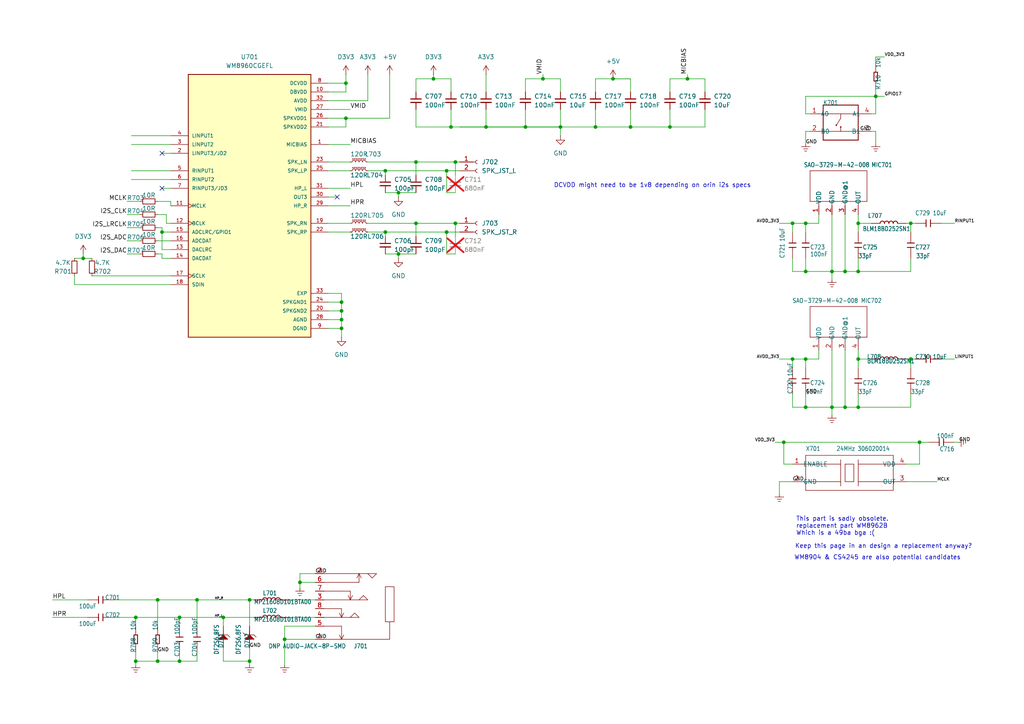
<source format=kicad_sch>
(kicad_sch (version 20231120) (generator "eeschema") (generator_version "8.0")
  (paper "A4")
  (lib_symbols
    (symbol "Connector:Conn_01x02_Socket" (pin_names (offset 1.016) hide)
      (property "Reference" "J" (at 0 2.54 0))
      (property "Value" "Conn_01x02_Socket" (at 0 -5.08 0))
      (symbol "Conn_01x02_Socket_1_1"
        (pin passive line (at -5.08 0 0) (length 3.81) (name "Pin_1") (number "1"))
        (pin passive line (at -5.08 -2.54 0) (length 3.81) (name "Pin_2") (number "2"))
      )
    )
    (symbol "Device:C_Small" (pin_numbers hide) (pin_names (offset 0.254) hide)
      (property "Reference" "C" (at 0.254 1.778 0))
      (property "Value" "C_Small" (at 0.254 -2.032 0))
      (symbol "C_Small_1_1"
        (pin passive line (at 0 2.54 270) (length 2.032) (name "~") (number "1"))
        (pin passive line (at 0 -2.54 90) (length 2.032) (name "~") (number "2"))
      )
    )
    (symbol "Device:L_Ferrite_Small" (pin_numbers hide) (pin_names (offset 0.254) hide)
      (property "Reference" "L" (at 1.27 1.016 0))
      (property "Value" "L_Ferrite_Small" (at 1.27 -1.27 0))
      (symbol "L_Ferrite_Small_1_1"
        (pin passive line (at 0 2.54 270) (length 0.508) (name "~") (number "1"))
        (pin passive line (at 0 -2.54 90) (length 0.508) (name "~") (number "2"))
      )
    )
    (symbol "Device:R_Small" (pin_numbers hide) (pin_names (offset 0.254) hide)
      (property "Reference" "R" (at 0.762 0.508 0))
      (property "Value" "R_Small" (at 0.762 -1.016 0))
      (symbol "R_Small_1_1"
        (pin passive line (at 0 2.54 270) (length 0.762) (name "~") (number "1"))
        (pin passive line (at 0 -2.54 90) (length 0.762) (name "~") (number "2"))
      )
    )
    (symbol "Fibel2:WM8960CGEFL" (pin_names (offset 1.016))
      (property "Reference" "U" (at -17.78 38.862 0))
      (property "Value" "WM8960CGEFL" (at -17.78 -40.64 0))
      (symbol "WM8960CGEFL_0_0"
        (pin output line (at 22.86 17.78 180) (length 5.08) (name "MICBIAS") (number "1"))
        (pin power_in line (at 22.86 33.02 180) (length 5.08) (name "DBVDD") (number "10"))
        (pin input clock (at -22.86 0 0) (length 5.08) (name "MCLK") (number "11"))
        (pin bidirectional clock (at -22.86 -5.08 0) (length 5.08) (name "BCLK") (number "12"))
        (pin bidirectional line (at -22.86 -12.7 0) (length 5.08) (name "DACLRC") (number "13"))
        (pin input line (at -22.86 -15.24 0) (length 5.08) (name "DACDAT") (number "14"))
        (pin bidirectional line (at -22.86 -7.62 0) (length 5.08) (name "ADCLRC/GPIO1") (number "15"))
        (pin output line (at -22.86 -10.16 0) (length 5.08) (name "ADCDAT") (number "16"))
        (pin input clock (at -22.86 -20.32 0) (length 5.08) (name "SCLK") (number "17"))
        (pin bidirectional line (at -22.86 -22.86 0) (length 5.08) (name "SDIN") (number "18"))
        (pin output line (at 22.86 -5.08 180) (length 5.08) (name "SPK_RN") (number "19"))
        (pin input line (at -22.86 15.24 0) (length 5.08) (name "LINPUT3/JD2") (number "2"))
        (pin power_in line (at 22.86 -30.48 180) (length 5.08) (name "SPKGND2") (number "20"))
        (pin power_in line (at 22.86 22.86 180) (length 5.08) (name "SPKVDD2") (number "21"))
        (pin output line (at 22.86 -7.62 180) (length 5.08) (name "SPK_RP") (number "22"))
        (pin output line (at 22.86 12.7 180) (length 5.08) (name "SPK_LN") (number "23"))
        (pin power_in line (at 22.86 -27.94 180) (length 5.08) (name "SPKGND1") (number "24"))
        (pin output line (at 22.86 10.16 180) (length 5.08) (name "SPK_LP") (number "25"))
        (pin power_in line (at 22.86 25.4 180) (length 5.08) (name "SPKVDD1") (number "26"))
        (pin output line (at 22.86 27.94 180) (length 5.08) (name "VMID") (number "27"))
        (pin power_in line (at 22.86 -33.02 180) (length 5.08) (name "AGND") (number "28"))
        (pin output line (at 22.86 0 180) (length 5.08) (name "HP_R") (number "29"))
        (pin input line (at -22.86 17.78 0) (length 5.08) (name "LINPUT2") (number "3"))
        (pin output line (at 22.86 2.54 180) (length 5.08) (name "OUT3") (number "30"))
        (pin output line (at 22.86 5.08 180) (length 5.08) (name "HP_L") (number "31"))
        (pin power_in line (at 22.86 30.48 180) (length 5.08) (name "AVDD") (number "32"))
        (pin power_in line (at 22.86 -25.4 180) (length 5.08) (name "EXP") (number "33"))
        (pin input line (at -22.86 20.32 0) (length 5.08) (name "LINPUT1") (number "4"))
        (pin bidirectional line (at -22.86 10.16 0) (length 5.08) (name "RINPUT1") (number "5"))
        (pin bidirectional line (at -22.86 7.62 0) (length 5.08) (name "RINPUT2") (number "6"))
        (pin input line (at -22.86 5.08 0) (length 5.08) (name "RINPUT3/JD3") (number "7"))
        (pin power_in line (at 22.86 35.56 180) (length 5.08) (name "DCVDD") (number "8"))
        (pin power_in line (at 22.86 -35.56 180) (length 5.08) (name "DGND") (number "9"))
      )
    )
    (symbol "Untitled-eagle-import:AUDIO-JACK-8P-SMD'PJ-393'"
      (property "Reference" "J" (at -5.08 11.43 0))
      (symbol "AUDIO-JACK-8P-SMD'PJ-393'_1_0"
        (pin bidirectional line (at 10.16 10.16 180) (length 2.54) (name "1") (number "1"))
        (pin bidirectional line (at 10.16 -8.89 180) (length 2.54) (name "2") (number "2"))
        (pin bidirectional line (at 10.16 -1.27 180) (length 2.54) (name "3") (number "3"))
        (pin bidirectional line (at 10.16 3.81 180) (length 2.54) (name "4") (number "4"))
        (pin bidirectional line (at 10.16 6.35 180) (length 2.54) (name "5") (number "5"))
        (pin bidirectional line (at 10.16 -6.35 180) (length 2.54) (name "6") (number "6"))
        (pin bidirectional line (at 10.16 -3.81 180) (length 2.54) (name "7") (number "7"))
        (pin bidirectional line (at 10.16 1.27 180) (length 2.54) (name "8") (number "8"))
      )
    )
    (symbol "Untitled-eagle-import:BUTTON-4PDTSM-62K-S-V-T/R(SN431)"
      (property "Reference" "K" (at -5.08 5.08 0))
      (symbol "BUTTON-4PDTSM-62K-S-V-T/R(SN431)_1_0"
        (pin bidirectional line (at -8.89 2.54 0) (length 2.54) (name "A0") (number "1"))
        (pin bidirectional line (at -8.89 -2.54 0) (length 2.54) (name "B0") (number "2"))
        (pin bidirectional line (at 8.89 -2.54 180) (length 2.54) (name "B1") (number "3"))
        (pin bidirectional line (at 8.89 2.54 180) (length 2.54) (name "A1") (number "4"))
      )
    )
    (symbol "Untitled-eagle-import:CAP-0402"
      (property "Reference" "C" (at -3.81 1.27 0))
      (symbol "CAP-0402_1_0"
        (pin passive line (at -3.81 0 0) (length 2.54) (name "1") (number "1"))
        (pin passive line (at 3.81 0 180) (length 2.54) (name "2") (number "2"))
      )
    )
    (symbol "Untitled-eagle-import:CAP-0603"
      (property "Reference" "C" (at -3.81 1.27 0))
      (symbol "CAP-0603_1_0"
        (pin passive line (at -3.81 0 0) (length 2.54) (name "1") (number "1"))
        (pin passive line (at 3.81 0 180) (length 2.54) (name "2") (number "2"))
      )
    )
    (symbol "Untitled-eagle-import:CAP-0805"
      (property "Reference" "C" (at -3.81 1.27 0))
      (symbol "CAP-0805_1_0"
        (pin passive line (at -3.81 0 0) (length 2.54) (name "1") (number "1"))
        (pin passive line (at 3.81 0 180) (length 2.54) (name "2") (number "2"))
      )
    )
    (symbol "Untitled-eagle-import:CRYSTAL-OSCILLATOR2.52.0"
      (property "Reference" "X" (at -12.7 6.35 0))
      (symbol "CRYSTAL-OSCILLATOR2.52.0_1_0"
        (pin bidirectional line (at -16.51 2.54 0) (length 2.54) (name "ENABLE") (number "1"))
        (pin bidirectional line (at -16.51 -2.54 0) (length 2.54) (name "GND") (number "2"))
        (pin bidirectional line (at 16.51 -2.54 180) (length 2.54) (name "OUT") (number "3"))
        (pin bidirectional line (at 16.51 2.54 180) (length 2.54) (name "VDD") (number "4"))
      )
    )
    (symbol "Untitled-eagle-import:D-ESD-2P'DF2S6.8FS'"
      (property "Reference" "D" (at -3.81 2.54 0))
      (symbol "D-ESD-2P'DF2S6.8FS'_1_0"
        (pin bidirectional line (at 2.54 0 180) (length 2.54) (name "2") (number "1"))
        (pin bidirectional line (at -3.81 0 0) (length 2.54) (name "1") (number "2"))
      )
    )
    (symbol "Untitled-eagle-import:Discrete-new_RES-0402"
      (property "Reference" "R" (at -3.81 1.27 0))
      (symbol "Discrete-new_RES-0402_1_0"
        (pin passive line (at -3.81 0 0) (length 2.54) (name "1") (number "1"))
        (pin passive line (at 3.81 0 180) (length 2.54) (name "2") (number "2"))
      )
    )
    (symbol "Untitled-eagle-import:GND_POWER" (power)
      (symbol "GND_POWER_1_0"
        (pin power_in line (at 0 0 270) (length 0) (name "GND") (number "1"))
      )
    )
    (symbol "Untitled-eagle-import:INDUCTOR/FERRITE-BEAD'0603'"
      (property "Reference" "L" (at -2.54 1.27 0))
      (symbol "INDUCTOR/FERRITE-BEAD'0603'_1_0"
        (pin passive line (at -5.08 0 0) (length 2.54) (name "1") (number "1"))
        (pin passive line (at 5.08 0 180) (length 2.54) (name "2") (number "2"))
      )
    )
    (symbol "Untitled-eagle-import:MIC-MSM421A3729H8-C"
      (property "Reference" "MIC" (at -5.08 7.62 0))
      (symbol "MIC-MSM421A3729H8-C_1_0"
        (pin bidirectional line (at 7.62 5.08 180) (length 2.54) (name "VDD") (number "1"))
        (pin bidirectional line (at 7.62 1.27 180) (length 2.54) (name "GND") (number "2"))
        (pin bidirectional line (at 7.62 -2.54 180) (length 2.54) (name "GND@1") (number "3"))
        (pin bidirectional line (at 7.62 -6.35 180) (length 2.54) (name "OUT") (number "4"))
      )
    )
    (symbol "power:+3.3V" (power) (pin_numbers hide) (pin_names (offset 0) hide)
      (property "Value" "+3.3V" (at 0 3.556 0))
      (symbol "+3.3V_1_1"
        (pin power_in line (at 0 0 90) (length 0) (name "~") (number "1"))
      )
    )
    (symbol "power:+5V" (power) (pin_numbers hide) (pin_names (offset 0) hide)
      (property "Value" "+5V" (at 0 3.556 0))
      (symbol "+5V_1_1"
        (pin power_in line (at 0 0 90) (length 0) (name "~") (number "1"))
      )
    )
    (symbol "power:GND" (power) (pin_numbers hide) (pin_names (offset 0) hide)
      (property "Value" "GND" (at 0 -3.81 0))
      (symbol "GND_1_1"
        (pin power_in line (at 0 0 270) (length 0) (name "~") (number "1"))
      )
    )
  )
  (junction (at 129.54 67.31))
  (junction (at 194.31 36.83))
  (junction (at 132.08 64.77))
  (junction (at 72.39 191.77))
  (junction (at 100.33 24.13))
  (junction (at 72.39 173.99))
  (junction (at 86.995 168.91))
  (junction (at 248.92 104.14))
  (junction (at 254 27.94))
  (junction (at 52.07 179.07))
  (junction (at 129.54 49.53))
  (junction (at 39.37 191.77))
  (junction (at 99.06 92.71))
  (junction (at 248.92 78.74))
  (junction (at 233.68 118.11))
  (junction (at 157.48 22.86))
  (junction (at 111.76 49.53))
  (junction (at 125.73 22.86))
  (junction (at 229.87 64.77))
  (junction (at 111.76 67.31))
  (junction (at 177.8 22.86))
  (junction (at 245.11 118.11))
  (junction (at 182.88 36.83))
  (junction (at 57.15 173.99))
  (junction (at 45.72 191.77))
  (junction (at 152.4 36.83))
  (junction (at 120.65 46.99))
  (junction (at 24.13 74.93))
  (junction (at 99.06 90.17))
  (junction (at 172.72 36.83))
  (junction (at 266.7 128.27))
  (junction (at 39.37 179.07))
  (junction (at 233.68 78.74))
  (junction (at 140.97 36.83))
  (junction (at 248.92 118.11))
  (junction (at 130.81 36.83))
  (junction (at 120.65 64.77))
  (junction (at 264.16 104.14))
  (junction (at 241.3 78.74))
  (junction (at 229.87 104.14))
  (junction (at 99.06 95.25))
  (junction (at 82.55 185.42))
  (junction (at 233.68 64.77))
  (junction (at 248.92 64.77))
  (junction (at 245.11 78.74))
  (junction (at 45.72 173.99))
  (junction (at 52.07 191.77))
  (junction (at 64.77 179.07))
  (junction (at 162.56 36.83))
  (junction (at 264.16 64.77))
  (junction (at 233.68 104.14))
  (junction (at 115.57 73.66))
  (junction (at 100.33 34.29))
  (junction (at 115.57 55.88))
  (junction (at 132.08 46.99))
  (junction (at 99.06 87.63))
  (junction (at 241.3 118.11))
  (junction (at 46.99 67.31))
  (junction (at 227.33 128.27))
  (junction (at 199.39 22.86))
  (no_connect (at 46.99 44.45))
  (no_connect (at 46.99 54.61))
  (no_connect (at 97.79 57.15))
  (wire (pts (xy 36.83 62.23) (xy 40.64 62.23)))
  (wire (pts (xy 86.995 168.91) (xy 86.995 166.37)) (stroke (width 0.1524)))
  (wire (pts (xy 152.4 36.83) (xy 140.97 36.83)) (stroke (width 0.1524)))
  (wire (pts (xy 254 18.415) (xy 254 16.51)) (stroke (width 0.1524)))
  (wire (pts (xy 233.68 41.91) (xy 233.68 38.1)) (stroke (width 0.1524)))
  (wire (pts (xy 132.08 46.99) (xy 133.35 46.99)))
  (wire (pts (xy 130.81 22.86) (xy 130.81 26.67)))
  (wire (pts (xy 254 38.1) (xy 254 41.91)) (stroke (width 0.1524)))
  (wire (pts (xy 95.25 34.29) (xy 100.33 34.29)))
  (wire (pts (xy 241.3 118.11) (xy 233.68 118.11)) (stroke (width 0.1524)))
  (wire (pts (xy 229.87 139.7) (xy 226.06 139.7)) (stroke (width 0.1524)))
  (wire (pts (xy 162.56 22.86) (xy 157.48 22.86)) (stroke (width 0.1524)))
  (wire (pts (xy 254 16.51) (xy 256.54 16.51)) (stroke (width 0.1524)))
  (wire (pts (xy 227.33 128.27) (xy 227.33 134.62)) (stroke (width 0.1524)))
  (wire (pts (xy 129.54 67.31) (xy 133.35 67.31)))
  (wire (pts (xy 130.81 36.83) (xy 140.97 36.83)) (stroke (width 0.1524)))
  (wire (pts (xy 273.05 64.77) (xy 276.86 64.77)) (stroke (width 0.1524)))
  (wire (pts (xy 111.76 49.53) (xy 129.54 49.53)))
  (wire (pts (xy 125.73 22.86) (xy 130.81 22.86)))
  (wire (pts (xy 120.65 22.86) (xy 120.65 26.67)))
  (wire (pts (xy 248.92 101.6) (xy 248.92 104.14)) (stroke (width 0.1524)))
  (wire (pts (xy 162.56 36.83) (xy 152.4 36.83)))
  (wire (pts (xy 95.25 67.31) (xy 101.6 67.31)))
  (wire (pts (xy 115.57 55.88) (xy 120.65 55.88)))
  (wire (pts (xy 64.77 191.77) (xy 72.39 191.77)) (stroke (width 0.1524)))
  (wire (pts (xy 111.76 67.31) (xy 129.54 67.31)))
  (wire (pts (xy 233.68 64.77) (xy 229.87 64.77)) (stroke (width 0.1524)))
  (wire (pts (xy 46.99 72.39) (xy 46.99 67.31)))
  (wire (pts (xy 120.65 64.77) (xy 120.65 68.58)))
  (wire (pts (xy 162.56 39.37) (xy 162.56 36.83)))
  (wire (pts (xy 241.3 62.23) (xy 241.3 78.74)) (stroke (width 0.1524)))
  (wire (pts (xy 241.3 118.11) (xy 245.11 118.11)) (stroke (width 0.1524)))
  (wire (pts (xy 64.77 181.61) (xy 64.77 179.07)) (stroke (width 0.1524)))
  (wire (pts (xy 229.87 118.11) (xy 233.68 118.11)) (stroke (width 0.1524)))
  (wire (pts (xy 45.72 69.85) (xy 49.53 69.85)))
  (wire (pts (xy 111.76 49.53) (xy 106.68 49.53)))
  (wire (pts (xy 49.53 58.42) (xy 49.53 59.69)))
  (wire (pts (xy 99.06 95.25) (xy 95.25 95.25)))
  (wire (pts (xy 194.31 36.83) (xy 204.47 36.83)))
  (wire (pts (xy 199.39 21.59) (xy 199.39 22.86)))
  (wire (pts (xy 177.8 22.86) (xy 182.88 22.86)) (stroke (width 0.1524)))
  (wire (pts (xy 172.72 36.83) (xy 182.88 36.83)))
  (wire (pts (xy 26.67 80.01) (xy 49.53 80.01)))
  (wire (pts (xy 264.16 118.11) (xy 264.16 114.3)) (stroke (width 0.1524)))
  (wire (pts (xy 229.87 106.68) (xy 229.87 104.14)) (stroke (width 0.1524)))
  (wire (pts (xy 172.72 34.29) (xy 172.72 36.83)) (stroke (width 0.1524)))
  (wire (pts (xy 248.92 114.3) (xy 248.92 118.11)) (stroke (width 0.1524)))
  (wire (pts (xy 106.68 46.99) (xy 120.65 46.99)))
  (wire (pts (xy 24.13 74.93) (xy 26.67 74.93)))
  (wire (pts (xy 115.57 73.66) (xy 115.57 74.93)))
  (wire (pts (xy 95.25 26.67) (xy 100.33 26.67)))
  (wire (pts (xy 254 27.94) (xy 254 33.02)) (stroke (width 0.1524)))
  (wire (pts (xy 95.25 54.61) (xy 101.6 54.61)))
  (wire (pts (xy 46.99 44.45) (xy 49.53 44.45)))
  (wire (pts (xy 120.65 36.83) (xy 130.81 36.83)) (stroke (width 0.1524)))
  (wire (pts (xy 82.55 185.42) (xy 82.55 193.04)) (stroke (width 0.1524)))
  (wire (pts (xy 36.83 58.42) (xy 40.64 58.42)))
  (wire (pts (xy 233.68 67.31) (xy 233.68 64.77)) (stroke (width 0.1524)))
  (wire (pts (xy 64.77 187.96) (xy 64.77 191.77)) (stroke (width 0.1524)))
  (wire (pts (xy 248.92 78.74) (xy 264.16 78.74)) (stroke (width 0.1524)))
  (wire (pts (xy 233.68 78.74) (xy 241.3 78.74)))
  (wire (pts (xy 226.06 139.7) (xy 226.06 143.51)) (stroke (width 0.1524)))
  (wire (pts (xy 99.06 90.17) (xy 99.06 92.71)))
  (wire (pts (xy 229.87 67.31) (xy 229.87 64.77)) (stroke (width 0.1524)))
  (wire (pts (xy 95.25 92.71) (xy 99.06 92.71)))
  (wire (pts (xy 129.54 55.88) (xy 132.08 55.88)))
  (wire (pts (xy 245.11 78.74) (xy 245.11 62.23)) (stroke (width 0.1524)))
  (wire (pts (xy 72.39 187.96) (xy 72.39 191.77)) (stroke (width 0.1524)))
  (wire (pts (xy 254 33.02) (xy 252.73 33.02)) (stroke (width 0.1524)))
  (wire (pts (xy 264.16 78.74) (xy 264.16 74.93)) (stroke (width 0.1524)))
  (wire (pts (xy 182.88 31.75) (xy 182.88 36.83)))
  (wire (pts (xy 36.83 73.66) (xy 40.64 73.66)))
  (wire (pts (xy 95.25 36.83) (xy 100.33 36.83)))
  (wire (pts (xy 204.47 36.83) (xy 204.47 31.75)))
  (wire (pts (xy 248.92 106.68) (xy 248.92 104.14)) (stroke (width 0.1524)))
  (wire (pts (xy 111.76 55.88) (xy 115.57 55.88)))
  (wire (pts (xy 95.25 64.77) (xy 101.6 64.77)))
  (wire (pts (xy 48.26 62.23) (xy 48.26 64.77)))
  (wire (pts (xy 45.72 58.42) (xy 49.53 58.42)))
  (wire (pts (xy 99.06 87.63) (xy 99.06 90.17)))
  (wire (pts (xy 91.44 185.42) (xy 82.55 185.42)) (stroke (width 0.1524)))
  (wire (pts (xy 72.39 191.77) (xy 72.39 193.04)) (stroke (width 0.1524)))
  (wire (pts (xy 72.39 181.61) (xy 72.39 173.99)) (stroke (width 0.1524)))
  (wire (pts (xy 226.06 104.14) (xy 229.87 104.14)) (stroke (width 0.1524)))
  (wire (pts (xy 100.33 21.59) (xy 100.33 24.13)))
  (wire (pts (xy 248.92 118.11) (xy 245.11 118.11)) (stroke (width 0.1524)))
  (wire (pts (xy 194.31 22.86) (xy 199.39 22.86)))
  (wire (pts (xy 182.88 22.86) (xy 177.8 22.86)))
  (wire (pts (xy 45.72 62.23) (xy 48.26 62.23)))
  (wire (pts (xy 172.72 26.67) (xy 172.72 22.86)) (stroke (width 0.1524)))
  (wire (pts (xy 95.25 46.99) (xy 101.6 46.99)))
  (wire (pts (xy 39.37 179.07) (xy 52.07 179.07)) (stroke (width 0.1524)))
  (wire (pts (xy 125.73 22.86) (xy 120.65 22.86)))
  (wire (pts (xy 95.25 24.13) (xy 100.33 24.13)))
  (wire (pts (xy 233.68 78.74) (xy 233.68 74.93)))
  (wire (pts (xy 130.81 31.75) (xy 130.81 36.83)))
  (wire (pts (xy 95.25 49.53) (xy 101.6 49.53)))
  (wire (pts (xy 15.24 173.99) (xy 25.4 173.99)) (stroke (width 0.1524)))
  (wire (pts (xy 129.54 73.66) (xy 132.08 73.66)))
  (wire (pts (xy 227.33 134.62) (xy 229.87 134.62)) (stroke (width 0.1524)))
  (wire (pts (xy 57.15 191.77) (xy 57.15 189.23)) (stroke (width 0.1524)))
  (wire (pts (xy 248.92 78.74) (xy 245.11 78.74)) (stroke (width 0.1524)))
  (wire (pts (xy 83.82 173.99) (xy 91.44 173.99)) (stroke (width 0.1524)))
  (wire (pts (xy 157.48 21.59) (xy 157.48 22.86)) (stroke (width 0.1524)))
  (wire (pts (xy 233.68 38.1) (xy 234.95 38.1)) (stroke (width 0.1524)))
  (wire (pts (xy 45.72 189.23) (xy 45.72 191.77)) (stroke (width 0.1524)))
  (wire (pts (xy 33.02 179.07) (xy 39.37 179.07)) (stroke (width 0.1524)))
  (wire (pts (xy 82.55 181.61) (xy 82.55 185.42)) (stroke (width 0.1524)))
  (wire (pts (xy 111.76 50.8) (xy 111.76 49.53)))
  (wire (pts (xy 64.77 179.07) (xy 73.66 179.07)) (stroke (width 0.1524)))
  (wire (pts (xy 252.73 38.1) (xy 254 38.1)) (stroke (width 0.1524)))
  (wire (pts (xy 264.16 67.31) (xy 264.16 64.77)) (stroke (width 0.1524)))
  (wire (pts (xy 91.44 168.91) (xy 86.995 168.91)) (stroke (width 0.1524)))
  (wire (pts (xy 38.1 52.07) (xy 49.53 52.07)))
  (wire (pts (xy 45.72 191.77) (xy 52.07 191.77)) (stroke (width 0.1524)))
  (wire (pts (xy 36.83 66.04) (xy 40.64 66.04)))
  (wire (pts (xy 115.57 73.66) (xy 120.65 73.66)))
  (wire (pts (xy 182.88 36.83) (xy 194.31 36.83)))
  (wire (pts (xy 162.56 36.83) (xy 172.72 36.83)) (stroke (width 0.1524)))
  (wire (pts (xy 111.76 73.66) (xy 115.57 73.66)))
  (wire (pts (xy 46.99 66.04) (xy 46.99 67.31)))
  (wire (pts (xy 24.13 73.66) (xy 24.13 74.93)))
  (wire (pts (xy 241.3 78.74) (xy 245.11 78.74)) (stroke (width 0.1524)))
  (wire (pts (xy 52.07 191.77) (xy 57.15 191.77)) (stroke (width 0.1524)))
  (wire (pts (xy 241.3 120.65) (xy 241.3 118.11)) (stroke (width 0.1524)))
  (wire (pts (xy 248.92 67.31) (xy 248.92 64.77)) (stroke (width 0.1524)))
  (wire (pts (xy 199.39 22.86) (xy 204.47 22.86)))
  (wire (pts (xy 106.68 29.21) (xy 95.25 29.21)))
  (wire (pts (xy 33.02 173.99) (xy 45.72 173.99)) (stroke (width 0.1524)))
  (wire (pts (xy 99.06 85.09) (xy 99.06 87.63)))
  (wire (pts (xy 264.16 64.77) (xy 265.43 64.77)) (stroke (width 0.1524)))
  (wire (pts (xy 36.83 69.85) (xy 40.64 69.85)))
  (wire (pts (xy 241.3 101.6) (xy 241.3 118.11)) (stroke (width 0.1524)))
  (wire (pts (xy 266.7 134.62) (xy 266.7 128.27)) (stroke (width 0.1524)))
  (wire (pts (xy 91.44 181.61) (xy 82.55 181.61)) (stroke (width 0.1524)))
  (wire (pts (xy 91.44 166.37) (xy 86.995 166.37)) (stroke (width 0.1524)))
  (wire (pts (xy 140.97 36.83) (xy 133.35 36.83)))
  (wire (pts (xy 264.16 106.68) (xy 264.16 104.14)) (stroke (width 0.1524)))
  (wire (pts (xy 46.99 73.66) (xy 46.99 74.93)))
  (wire (pts (xy 39.37 191.77) (xy 45.72 191.77)) (stroke (width 0.1524)))
  (wire (pts (xy 52.07 191.77) (xy 52.07 189.23)) (stroke (width 0.1524)))
  (wire (pts (xy 21.59 74.93) (xy 24.13 74.93)))
  (wire (pts (xy 152.4 31.75) (xy 152.4 34.29)))
  (wire (pts (xy 172.72 31.75) (xy 172.72 34.29)))
  (wire (pts (xy 120.65 64.77) (xy 132.08 64.77)))
  (wire (pts (xy 157.48 22.86) (xy 152.4 22.86)) (stroke (width 0.1524)))
  (wire (pts (xy 95.25 87.63) (xy 99.06 87.63)))
  (wire (pts (xy 140.97 21.59) (xy 140.97 26.67)))
  (wire (pts (xy 162.56 26.67) (xy 162.56 22.86)) (stroke (width 0.1524)))
  (wire (pts (xy 152.4 36.83) (xy 162.56 36.83)) (stroke (width 0.1524)))
  (wire (pts (xy 233.68 114.3) (xy 233.68 118.11)) (stroke (width 0.1524)))
  (wire (pts (xy 99.06 92.71) (xy 99.06 95.25)))
  (wire (pts (xy 234.95 33.02) (xy 233.68 33.02)) (stroke (width 0.1524)))
  (wire (pts (xy 86.995 170.815) (xy 86.995 168.91)) (stroke (width 0.1524)))
  (wire (pts (xy 254 27.94) (xy 256.54 27.94)) (stroke (width 0.1524)))
  (wire (pts (xy 227.33 128.27) (xy 224.79 128.27)) (stroke (width 0.1524)))
  (wire (pts (xy 52.07 181.61) (xy 52.07 179.07)) (stroke (width 0.1524)))
  (wire (pts (xy 39.37 181.61) (xy 39.37 179.07)) (stroke (width 0.1524)))
  (wire (pts (xy 129.54 67.31) (xy 129.54 73.66)))
  (wire (pts (xy 120.65 46.99) (xy 132.08 46.99)))
  (wire (pts (xy 100.33 36.83) (xy 100.33 34.29)))
  (wire (pts (xy 38.1 49.53) (xy 49.53 49.53)))
  (wire (pts (xy 194.31 31.75) (xy 194.31 36.83)))
  (wire (pts (xy 194.31 26.67) (xy 194.31 22.86)))
  (wire (pts (xy 57.15 173.99) (xy 72.39 173.99)) (stroke (width 0.1524)))
  (wire (pts (xy 264.16 104.14) (xy 265.43 104.14)) (stroke (width 0.1524)))
  (wire (pts (xy 182.88 26.67) (xy 182.88 22.86)) (stroke (width 0.1524)))
  (wire (pts (xy 100.33 34.29) (xy 113.03 34.29)))
  (wire (pts (xy 132.08 64.77) (xy 132.08 68.58)))
  (wire (pts (xy 226.06 64.77) (xy 229.87 64.77)) (stroke (width 0.1524)))
  (wire (pts (xy 48.26 64.77) (xy 49.53 64.77)))
  (wire (pts (xy 278.13 128.27) (xy 276.86 128.27)) (stroke (width 0.1524)))
  (wire (pts (xy 83.82 179.07) (xy 91.44 179.07)) (stroke (width 0.1524)))
  (wire (pts (xy 95.25 41.91) (xy 101.6 41.91)))
  (wire (pts (xy 95.25 90.17) (xy 99.06 90.17)))
  (wire (pts (xy 45.72 66.04) (xy 46.99 66.04)))
  (wire (pts (xy 111.76 67.31) (xy 106.68 67.31)))
  (wire (pts (xy 106.68 64.77) (xy 120.65 64.77)))
  (wire (pts (xy 100.33 26.67) (xy 100.33 24.13)))
  (wire (pts (xy 120.65 46.99) (xy 120.65 50.8)))
  (wire (pts (xy 229.87 74.93) (xy 229.87 78.74)) (stroke (width 0.1524)))
  (wire (pts (xy 125.73 21.59) (xy 125.73 22.86)))
  (wire (pts (xy 99.06 95.25) (xy 99.06 97.79)))
  (wire (pts (xy 57.15 181.61) (xy 57.15 173.99)) (stroke (width 0.1524)))
  (wire (pts (xy 120.65 31.75) (xy 120.65 36.83)))
  (wire (pts (xy 21.59 82.55) (xy 49.53 82.55)))
  (wire (pts (xy 229.87 114.3) (xy 229.87 118.11)) (stroke (width 0.1524)))
  (wire (pts (xy 115.57 55.88) (xy 115.57 57.15)))
  (wire (pts (xy 254 27.94) (xy 254 26.035)) (stroke (width 0.1524)))
  (wire (pts (xy 15.24 179.07) (xy 25.4 179.07)) (stroke (width 0.1524)))
  (wire (pts (xy 273.05 104.14) (xy 276.86 104.14)) (stroke (width 0.1524)))
  (wire (pts (xy 237.49 64.77) (xy 233.68 64.77)) (stroke (width 0.1524)))
  (wire (pts (xy 248.92 104.14) (xy 252.73 104.14)) (stroke (width 0.1524)))
  (wire (pts (xy 248.92 64.77) (xy 252.73 64.77)) (stroke (width 0.1524)))
  (wire (pts (xy 237.49 101.6) (xy 237.49 104.14)) (stroke (width 0.1524)))
  (wire (pts (xy 269.24 128.27) (xy 266.7 128.27)) (stroke (width 0.1524)))
  (wire (pts (xy 45.72 181.61) (xy 45.72 173.99)) (stroke (width 0.1524)))
  (wire (pts (xy 113.03 34.29) (xy 113.03 21.59)))
  (wire (pts (xy 248.92 74.93) (xy 248.92 78.74)) (stroke (width 0.1524)))
  (wire (pts (xy 38.1 39.37) (xy 49.53 39.37)))
  (wire (pts (xy 140.97 31.75) (xy 140.97 36.83)))
  (wire (pts (xy 262.89 104.14) (xy 264.16 104.14)) (stroke (width 0.1524)))
  (wire (pts (xy 132.08 46.99) (xy 132.08 50.8)))
  (wire (pts (xy 95.25 57.15) (xy 97.79 57.15)))
  (wire (pts (xy 39.37 193.04) (xy 39.37 191.77)) (stroke (width 0.1524)))
  (wire (pts (xy 229.87 78.74) (xy 233.68 78.74)) (stroke (width 0.1524)))
  (wire (pts (xy 233.68 33.02) (xy 233.68 27.94)) (stroke (width 0.1524)))
  (wire (pts (xy 52.07 179.07) (xy 64.77 179.07)) (stroke (width 0.1524)))
  (wire (pts (xy 95.25 59.69) (xy 101.6 59.69)))
  (wire (pts (xy 233.68 27.94) (xy 254 27.94)) (stroke (width 0.1524)))
  (wire (pts (xy 237.49 104.14) (xy 233.68 104.14)) (stroke (width 0.1524)))
  (wire (pts (xy 49.53 72.39) (xy 46.99 72.39)))
  (wire (pts (xy 95.25 31.75) (xy 101.6 31.75)))
  (wire (pts (xy 111.76 68.58) (xy 111.76 67.31)))
  (wire (pts (xy 241.3 81.28) (xy 241.3 78.74)) (stroke (width 0.1524)))
  (wire (pts (xy 262.89 64.77) (xy 264.16 64.77)) (stroke (width 0.1524)))
  (wire (pts (xy 39.37 189.23) (xy 39.37 191.77)) (stroke (width 0.1524)))
  (wire (pts (xy 237.49 62.23) (xy 237.49 64.77)) (stroke (width 0.1524)))
  (wire (pts (xy 46.99 67.31) (xy 49.53 67.31)))
  (wire (pts (xy 46.99 54.61) (xy 49.53 54.61)))
  (wire (pts (xy 106.68 21.59) (xy 106.68 29.21)))
  (wire (pts (xy 233.68 106.68) (xy 233.68 104.14)) (stroke (width 0.1524)))
  (wire (pts (xy 248.92 62.23) (xy 248.92 64.77)) (stroke (width 0.1524)))
  (wire (pts (xy 21.59 82.55) (xy 21.59 80.01)))
  (wire (pts (xy 262.89 134.62) (xy 266.7 134.62)) (stroke (width 0.1524)))
  (wire (pts (xy 129.54 49.53) (xy 133.35 49.53)))
  (wire (pts (xy 132.08 64.77) (xy 133.35 64.77)))
  (wire (pts (xy 248.92 118.11) (xy 264.16 118.11)) (stroke (width 0.1524)))
  (wire (pts (xy 172.72 22.86) (xy 177.8 22.86)) (stroke (width 0.1524)))
  (wire (pts (xy 262.89 139.7) (xy 271.78 139.7)) (stroke (width 0.1524)))
  (wire (pts (xy 162.56 31.75) (xy 162.56 36.83)))
  (wire (pts (xy 266.7 128.27) (xy 227.33 128.27)) (stroke (width 0.1524)))
  (wire (pts (xy 46.99 73.66) (xy 45.72 73.66)))
  (wire (pts (xy 129.54 49.53) (xy 129.54 55.88)))
  (wire (pts (xy 204.47 22.86) (xy 204.47 26.67)))
  (wire (pts (xy 152.4 36.83) (xy 152.4 34.29)) (stroke (width 0.1524)))
  (wire (pts (xy 245.11 118.11) (xy 245.11 101.6)) (stroke (width 0.1524)))
  (wire (pts (xy 152.4 26.67) (xy 152.4 22.86)) (stroke (width 0.1524)))
  (wire (pts (xy 95.25 85.09) (xy 99.06 85.09)))
  (wire (pts (xy 46.99 74.93) (xy 49.53 74.93)))
  (wire (pts (xy 45.72 173.99) (xy 57.15 173.99)) (stroke (width 0.1524)))
  (wire (pts (xy 233.68 104.14) (xy 229.87 104.14)) (stroke (width 0.1524)))
  (wire (pts (xy 72.39 173.99) (xy 73.66 173.99)) (stroke (width 0.1524)))
  (wire (pts (xy 152.4 36.83) (xy 140.97 36.83)))
  (wire (pts (xy 38.1 41.91) (xy 49.53 41.91)))
  (text "DCVDD might need to be 1v8 depending on orin i2s specs" (at 189.23 53.848 0) (effects (font (size 1.27 1.27))))
  (text "WM8904 & CS4245 are also potential candidates" (at 254.508 161.798 0) (effects (font (size 1.27 1.27))))
  (text "This part is sadly obsolete.\nreplacement part WM8962B\nWhich is a 49ba bga :(" (at 230.886 152.654 0) (effects (font (size 1.27 1.27)) (justify left)))
  (text "Keep this page in an design a replacement anyway?" (at 256.286 158.496 0) (effects (font (size 1.27 1.27))))
  (label "I2S_ADC" (at 36.83 69.85 180))
  (label "HPR" (at 101.6 59.69 0))
  (label "GND" (at 91.44 185.42 0) (effects (font (size 1.016 1.016))))
  (label "LINPUT1" (at 276.86 104.14 0) (effects (font (size 0.889 0.889))))
  (label "VMID" (at 157.48 21.59 90))
  (label "MICBIAS" (at 199.39 21.59 90))
  (label "GND" (at 252.73 38.1 180) (effects (font (size 1.016 1.016))))
  (label "MICBIAS" (at 101.6 41.91 0))
  (label "VMID" (at 101.6 31.75 0))
  (label "HPL" (at 15.24 173.99 0))
  (label "HP_R" (at 62.23 173.99 0) (effects (font (size 0.6223 0.6223))))
  (label "GND" (at 229.87 139.7 0) (effects (font (size 1.016 1.016))))
  (label "HP_L" (at 62.23 179.07 0) (effects (font (size 0.6223 0.6223))))
  (label "GND" (at 45.72 189.23 0) (effects (font (size 1.016 1.016))))
  (label "I2S_DAC" (at 36.83 73.66 180))
  (label "HPL" (at 101.6 54.61 0))
  (label "I2S_CLK" (at 36.83 62.23 180))
  (label "VDD_3V3" (at 224.79 128.27 180) (effects (font (size 0.889 0.889))))
  (label "HPR" (at 15.24 179.07 0))
  (label "GND" (at 233.68 114.3 0) (effects (font (size 1.016 1.016))))
  (label "GND" (at 278.13 128.27 0) (effects (font (size 1.016 1.016))))
  (label "GND" (at 91.44 166.37 0) (effects (font (size 1.016 1.016))))
  (label "RINPUT1" (at 276.86 64.77 0) (effects (font (size 0.889 0.889))))
  (label "AVDD_3V3" (at 226.06 64.77 180) (effects (font (size 0.889 0.889))))
  (label "GND" (at 72.39 187.96 0) (effects (font (size 1.016 1.016))))
  (label "AVDD_3V3" (at 226.06 104.14 180) (effects (font (size 0.889 0.889))))
  (label "I2S_LRCLK" (at 36.83 66.04 180))
  (label "VDD_3V3" (at 256.54 16.51 0) (effects (font (size 0.889 0.889))))
  (label "GPIO17" (at 256.54 27.94 0) (effects (font (size 0.889 0.889))))
  (label "GND" (at 233.68 41.91 0) (effects (font (size 1.016 1.016))))
  (label "MCLK" (at 36.83 58.42 180))
  (label "MCLK" (at 271.78 139.7 0) (effects (font (size 0.889 0.889))))
  (symbol (lib_id "Untitled-eagle-import:Discrete-new_RES-0402") (at 45.72 185.42 90) (unit 1)
    (property "Reference" "R709" (at 45.72 189.23 0) (effects (font (size 1.27 1.0795)) (justify left bottom)))
    (property "Value" "10k" (at 45.72 182.88 0) (effects (font (size 1.27 1.0795)) (justify left bottom)))
    (property "Footprint" "Resistor_SMD:R_0603_1608Metric" (effects (hide yes)))
  )
  (symbol (lib_id "Device:L_Ferrite_Small") (at 104.14 64.77 90) (unit 1)
    (property "Reference" "L705" (at 108.966 62.484 90))
    (property "Value" "120R" (at 104.14 62.484 90))
    (property "Description" "Inductor with ferrite core, small symbol" (effects (hide yes)))
  )
  (symbol (lib_id "Device:R_Small") (at 21.59 77.47 0) (unit 1)
    (property "Reference" "R701" (at 18.288 78.74 0))
    (property "Value" "4.7K" (at 18.288 76.2 0))
    (property "Footprint" "Resistor_SMD:R_0603_1608Metric" (effects (hide yes)))
    (property "Description" "Resistor, small symbol" (effects (hide yes)))
  )
  (symbol (lib_id "Device:C_Small") (at 204.47 29.21 0) (unit 1)
    (property "Reference" "C720" (at 207.01 27.9462 0) (effects (justify left)))
    (property "Value" "10uF" (at 207.01 30.4862 0) (effects (justify left)))
    (property "Footprint" "Capacitor_SMD:C_0603_1608Metric" (effects (hide yes)))
    (property "Description" "Unpolarized capacitor, small symbol" (effects (hide yes)))
  )
  (symbol (lib_id "Untitled-eagle-import:CAP-0402") (at 264.16 110.49 90) (unit 1)
    (property "Reference" "C728" (at 265.43 111.76 90) (effects (font (size 1.27 1.0795)) (justify right top)))
    (property "Value" "33pF" (at 264.16 114.3 90) (effects (font (size 1.27 1.0795)) (justify right top)))
    (property "Footprint" "Capacitor_SMD:C_0603_1608Metric" (effects (hide yes)))
  )
  (symbol (lib_id "Device:L_Ferrite_Small") (at 104.14 67.31 90) (unit 1)
    (property "Reference" "L706" (at 108.966 68.58 90))
    (property "Value" "120R" (at 104.14 68.58 90))
    (property "Description" "Inductor with ferrite core, small symbol" (effects (hide yes)))
  )
  (symbol (lib_id "Device:R_Small") (at 43.18 69.85 270) (unit 1)
    (property "Reference" "R706" (at 39.37 68.834 90))
    (property "Value" "10R" (at 43.18 68.072 90))
    (property "Footprint" "Resistor_SMD:R_0603_1608Metric" (effects (hide yes)))
    (property "Description" "Resistor, small symbol" (effects (hide yes)))
  )
  (symbol (lib_id "Device:C_Small") (at 194.31 29.21 0) (unit 1)
    (property "Reference" "C719" (at 196.85 27.9462 0) (effects (justify left)))
    (property "Value" "100nF" (at 196.85 30.4862 0) (effects (justify left)))
    (property "Footprint" "Capacitor_SMD:C_0603_1608Metric" (effects (hide yes)))
    (property "Description" "Unpolarized capacitor, small symbol" (effects (hide yes)))
  )
  (symbol (lib_id "Untitled-eagle-import:CAP-0805") (at 29.21 179.07 0) (unit 1)
    (property "Reference" "C702" (at 30.48 179.07 0) (effects (font (size 1.27 1.0795)) (justify left bottom)))
    (property "Value" "100uF" (at 22.86 181.61 0) (effects (font (size 1.27 1.0795)) (justify left bottom)))
    (property "Footprint" "Capacitor_SMD:C_0805_2012Metric" (effects (hide yes)))
  )
  (symbol (lib_id "Device:C_Small") (at 132.08 71.12 0) (unit 1) (dnp yes)
    (property "Reference" "C712" (at 134.62 69.8562 0) (effects (justify left)))
    (property "Value" "680nF" (at 134.62 72.3962 0) (effects (justify left)))
    (property "Footprint" "Capacitor_SMD:C_0603_1608Metric" (effects (hide yes)))
    (property "Description" "Unpolarized capacitor, small symbol" (effects (hide yes)))
  )
  (symbol (lib_id "Untitled-eagle-import:Discrete-new_RES-0402") (at 254 22.225 270) (mirror x) (unit 1)
    (property "Reference" "R710" (at 254 26.035 0) (effects (font (size 1.27 1.0795)) (justify left bottom)))
    (property "Value" "10k" (at 254 19.685 0) (effects (font (size 1.27 1.0795)) (justify left bottom)))
    (property "Footprint" "Resistor_SMD:R_0603_1608Metric" (effects (hide yes)))
  )
  (symbol (lib_id "Untitled-eagle-import:GND_POWER") (at 226.06 143.51 0) (unit 1)
    (property "Reference" "#U$0705" (effects (hide yes)))
    (property "Value" "GND_POWER" (effects (hide yes)))
  )
  (symbol (lib_id "Device:R_Small") (at 43.18 73.66 270) (unit 1)
    (property "Reference" "R707" (at 39.37 72.644 90))
    (property "Value" "10R" (at 43.18 71.882 90))
    (property "Footprint" "Resistor_SMD:R_0603_1608Metric" (effects (hide yes)))
    (property "Description" "Resistor, small symbol" (effects (hide yes)))
  )
  (symbol (lib_id "Device:R_Small") (at 43.18 66.04 270) (unit 1)
    (property "Reference" "R705" (at 39.37 65.024 90))
    (property "Value" "10R" (at 43.18 64.262 90))
    (property "Footprint" "Resistor_SMD:R_0603_1608Metric" (effects (hide yes)))
    (property "Description" "Resistor, small symbol" (effects (hide yes)))
  )
  (symbol (lib_id "power:+3.3V") (at 125.73 21.59 0) (unit 1)
    (property "Reference" "#PWR0708" (effects (hide yes)))
    (property "Value" "D3V3" (at 125.73 16.51 0))
    (property "Description" "Power symbol creates a global label with name \"+3.3V\"" (effects (hide yes)))
  )
  (symbol (lib_id "Device:C_Small") (at 152.4 29.21 0) (unit 1)
    (property "Reference" "C714" (at 154.94 27.9462 0) (effects (justify left)))
    (property "Value" "100nF" (at 154.94 30.4862 0) (effects (justify left)))
    (property "Footprint" "Capacitor_SMD:C_0603_1608Metric" (effects (hide yes)))
    (property "Description" "Unpolarized capacitor, small symbol" (effects (hide yes)))
  )
  (symbol (lib_id "Fibel2:WM8960CGEFL") (at 72.39 59.69 0) (unit 1)
    (property "Reference" "U701" (at 72.39 16.51 0))
    (property "Value" "WM8960CGEFL" (at 72.39 19.05 0))
    (property "Footprint" "Fibel2:QFN50P500X500X100-33N" (effects (hide yes)))
    (property "MF" "Cirrus Logic Inc." (effects (hide yes)))
    (property "MP" "WM8960CGEFL" (effects (hide yes)))
  )
  (symbol (lib_id "Device:L_Ferrite_Small") (at 104.14 49.53 90) (unit 1)
    (property "Reference" "L704" (at 108.712 50.8 90))
    (property "Value" "120R" (at 104.14 50.8 90))
    (property "Description" "Inductor with ferrite core, small symbol" (effects (hide yes)))
  )
  (symbol (lib_id "Device:C_Small") (at 111.76 53.34 0) (unit 1)
    (property "Reference" "C705" (at 114.3 52.0762 0) (effects (justify left)))
    (property "Value" "100pF" (at 114.3 54.6162 0) (effects (justify left)))
    (property "Footprint" "Capacitor_SMD:C_0603_1608Metric" (effects (hide yes)))
    (property "Description" "Unpolarized capacitor, small symbol" (effects (hide yes)))
  )
  (symbol (lib_id "power:+5V") (at 177.8 22.86 0) (unit 1)
    (property "Reference" "#PWR0711" (effects (hide yes)))
    (property "Value" "+5V" (at 177.8 17.78 0))
    (property "Description" "Power symbol creates a global label with name \"+5V\"" (effects (hide yes)))
  )
  (symbol (lib_id "Untitled-eagle-import:BUTTON-4PDTSM-62K-S-V-T/R(SN431)") (at 243.84 35.56 0) (unit 1)
    (property "Reference" "K701" (at 238.76 30.48 0) (effects (font (size 1.27 1.0795)) (justify left bottom)))
    (property "Value" "BUTTON-4PDTSM-62K-S-V-T/R(SN431)" (effects (hide yes)))
    (property "Footprint" "Untitled:SW4-SMD-6.0X6.0X5.0MM" (effects (hide yes)))
  )
  (symbol (lib_id "Device:C_Small") (at 182.88 29.21 0) (unit 1)
    (property "Reference" "C718" (at 185.42 27.9462 0) (effects (justify left)))
    (property "Value" "100nF" (at 185.42 30.4862 0) (effects (justify left)))
    (property "Footprint" "Capacitor_SMD:C_0603_1608Metric" (effects (hide yes)))
    (property "Description" "Unpolarized capacitor, small symbol" (effects (hide yes)))
  )
  (symbol (lib_id "power:GND") (at 99.06 97.79 0) (unit 1)
    (property "Reference" "#PWR0702" (effects (hide yes)))
    (property "Value" "GND" (at 99.06 102.87 0))
    (property "Description" "Power symbol creates a global label with name \"GND\" , ground" (effects (hide yes)))
  )
  (symbol (lib_id "Untitled-eagle-import:D-ESD-2P'DF2S6.8FS'") (at 72.39 184.15 90) (unit 1)
    (property "Reference" "D702" (at 72.39 187.96 0) (effects (font (size 1.27 1.0795)) (justify left bottom)))
    (property "Value" "DF2S6.8FS" (at 63.5 189.865 0) (effects (font (size 1.27 1.0795)) (justify left bottom)))
    (property "Footprint" "Untitled:SOD-923" (effects (hide yes)))
  )
  (symbol (lib_id "Untitled-eagle-import:CAP-0402") (at 248.92 110.49 90) (unit 1)
    (property "Reference" "C726" (at 250.19 111.76 90) (effects (font (size 1.27 1.0795)) (justify right top)))
    (property "Value" "33pF" (at 248.92 114.3 90) (effects (font (size 1.27 1.0795)) (justify right top)))
    (property "Footprint" "Capacitor_SMD:C_0603_1608Metric" (effects (hide yes)))
  )
  (symbol (lib_id "Untitled-eagle-import:AUDIO-JACK-8P-SMD'PJ-393'") (at 101.6 175.26 180) (unit 1)
    (property "Reference" "J701" (at 106.68 186.69 0) (effects (font (size 1.27 1.0795)) (justify left bottom)))
    (property "Value" "DNP AUDIO-JACK-8P-SMD" (at 100.33 186.69 0) (effects (font (size 1.27 1.0795)) (justify left bottom)))
    (property "Footprint" "Untitled:AUDIO8P-SMD-3.5-14.5X6.1X4.0MM" (effects (hide yes)))
  )
  (symbol (lib_id "Untitled-eagle-import:GND_POWER") (at 233.68 41.91 0) (unit 1)
    (property "Reference" "#U$0709" (effects (hide yes)))
    (property "Value" "GND_POWER" (effects (hide yes)))
  )
  (symbol (lib_id "Device:C_Small") (at 120.65 53.34 0) (unit 1)
    (property "Reference" "C708" (at 123.19 52.0762 0) (effects (justify left)))
    (property "Value" "100pF" (at 123.19 54.6162 0) (effects (justify left)))
    (property "Footprint" "Capacitor_SMD:C_0603_1608Metric" (effects (hide yes)))
    (property "Description" "Unpolarized capacitor, small symbol" (effects (hide yes)))
  )
  (symbol (lib_id "power:+3.3V") (at 106.68 21.59 0) (unit 1)
    (property "Reference" "#PWR0704" (effects (hide yes)))
    (property "Value" "A3V3" (at 106.68 16.51 0))
    (property "Description" "Power symbol creates a global label with name \"+3.3V\"" (effects (hide yes)))
  )
  (symbol (lib_id "Device:C_Small") (at 162.56 29.21 0) (unit 1)
    (property "Reference" "C715" (at 165.1 27.9462 0) (effects (justify left)))
    (property "Value" "10uF" (at 165.1 30.4862 0) (effects (justify left)))
    (property "Footprint" "Capacitor_SMD:C_0603_1608Metric" (effects (hide yes)))
    (property "Description" "Unpolarized capacitor, small symbol" (effects (hide yes)))
  )
  (symbol (lib_id "Untitled-eagle-import:CAP-0402") (at 233.68 110.49 90) (unit 1)
    (property "Reference" "C724" (at 234.95 111.76 90) (effects (font (size 1.27 1.0795)) (justify right top)))
    (property "Value" "100nF" (at 233.68 114.3 90) (effects (font (size 1.27 1.0795)) (justify right top)))
    (property "Footprint" "Capacitor_SMD:C_0603_1608Metric" (effects (hide yes)))
  )
  (symbol (lib_id "power:+3.3V") (at 140.97 21.59 0) (unit 1)
    (property "Reference" "#PWR0709" (effects (hide yes)))
    (property "Value" "A3V3" (at 140.97 16.51 0))
    (property "Description" "Power symbol creates a global label with name \"+3.3V\"" (effects (hide yes)))
  )
  (symbol (lib_id "Untitled-eagle-import:CAP-0805") (at 29.21 173.99 0) (unit 1)
    (property "Reference" "C701" (at 30.48 173.99 0) (effects (font (size 1.27 1.0795)) (justify left bottom)))
    (property "Value" "100uF" (at 22.86 176.53 0) (effects (font (size 1.27 1.0795)) (justify left bottom)))
    (property "Footprint" "Capacitor_SMD:C_0805_2012Metric" (effects (hide yes)))
  )
  (symbol (lib_id "Untitled-eagle-import:CAP-0603") (at 229.87 110.49 90) (unit 1)
    (property "Reference" "C722" (at 229.87 114.3 0) (effects (font (size 1.27 1.0795)) (justify left bottom)))
    (property "Value" "10uF" (at 229.87 109.22 0) (effects (font (size 1.27 1.0795)) (justify left bottom)))
    (property "Footprint" "Capacitor_SMD:C_0603_1608Metric" (effects (hide yes)))
  )
  (symbol (lib_id "Device:R_Small") (at 26.67 77.47 0) (unit 1)
    (property "Reference" "R702" (at 29.718 78.74 0))
    (property "Value" "4.7K" (at 29.718 76.2 0))
    (property "Footprint" "Resistor_SMD:R_0603_1608Metric" (effects (hide yes)))
    (property "Description" "Resistor, small symbol" (effects (hide yes)))
  )
  (symbol (lib_id "Untitled-eagle-import:GND_POWER") (at 82.55 193.04 0) (unit 1)
    (property "Reference" "#U$0703" (effects (hide yes)))
    (property "Value" "GND_POWER" (effects (hide yes)))
  )
  (symbol (lib_id "Untitled-eagle-import:CAP-0402") (at 52.07 185.42 90) (unit 1)
    (property "Reference" "C703" (at 52.07 190.5 0) (effects (font (size 1.27 1.0795)) (justify left bottom)))
    (property "Value" "100pF" (at 52.07 184.15 0) (effects (font (size 1.27 1.0795)) (justify left bottom)))
    (property "Footprint" "Capacitor_SMD:C_0603_1608Metric" (effects (hide yes)))
  )
  (symbol (lib_id "Untitled-eagle-import:GND_POWER") (at 254 41.91 0) (unit 1)
    (property "Reference" "#U$0710" (effects (hide yes)))
    (property "Value" "GND_POWER" (effects (hide yes)))
  )
  (symbol (lib_id "Untitled-eagle-import:GND_POWER") (at 278.13 128.27 90) (unit 1)
    (property "Reference" "#U$0706" (effects (hide yes)))
    (property "Value" "GND_POWER" (effects (hide yes)))
  )
  (symbol (lib_id "power:+3.3V") (at 100.33 21.59 0) (unit 1)
    (property "Reference" "#PWR0703" (effects (hide yes)))
    (property "Value" "D3V3" (at 100.33 16.51 0))
    (property "Description" "Power symbol creates a global label with name \"+3.3V\"" (effects (hide yes)))
  )
  (symbol (lib_id "Untitled-eagle-import:INDUCTOR/FERRITE-BEAD'0603'") (at 257.81 104.14 0) (unit 1)
    (property "Reference" "L708" (at 251.46 104.14 0) (effects (font (size 1.27 1.0795)) (justify left bottom)))
    (property "Value" "BLM18BD252SN1" (at 251.46 105.41 0) (effects (font (size 1.27 1.0795)) (justify left bottom)))
    (property "Footprint" "Untitled:L0603" (effects (hide yes)))
  )
  (symbol (lib_id "Untitled-eagle-import:CAP-0603") (at 269.24 104.14 0) (unit 1)
    (property "Reference" "C730" (at 265.43 104.14 0) (effects (font (size 1.27 1.0795)) (justify left bottom)))
    (property "Value" "10uF" (at 270.51 104.14 0) (effects (font (size 1.27 1.0795)) (justify left bottom)))
    (property "Footprint" "Capacitor_SMD:C_0603_1608Metric" (effects (hide yes)))
  )
  (symbol (lib_id "Untitled-eagle-import:CAP-0402") (at 248.92 71.12 90) (unit 1)
    (property "Reference" "C725" (at 250.19 72.39 90) (effects (font (size 1.27 1.0795)) (justify right top)))
    (property "Value" "33pF" (at 248.92 74.93 90) (effects (font (size 1.27 1.0795)) (justify right top)))
    (property "Footprint" "Capacitor_SMD:C_0603_1608Metric" (effects (hide yes)))
  )
  (symbol (lib_id "Device:C_Small") (at 120.65 29.21 0) (unit 1)
    (property "Reference" "C707" (at 123.19 27.9462 0) (effects (justify left)))
    (property "Value" "100nF" (at 123.19 30.4862 0) (effects (justify left)))
    (property "Footprint" "Capacitor_SMD:C_0603_1608Metric" (effects (hide yes)))
    (property "Description" "Unpolarized capacitor, small symbol" (effects (hide yes)))
  )
  (symbol (lib_id "Device:C_Small") (at 132.08 53.34 0) (unit 1) (dnp yes)
    (property "Reference" "C711" (at 134.62 52.0762 0) (effects (justify left)))
    (property "Value" "680nF" (at 134.62 54.6162 0) (effects (justify left)))
    (property "Footprint" "Capacitor_SMD:C_0603_1608Metric" (effects (hide yes)))
    (property "Description" "Unpolarized capacitor, small symbol" (effects (hide yes)))
  )
  (symbol (lib_id "power:GND") (at 115.57 74.93 0) (unit 1)
    (property "Reference" "#PWR0707" (effects (hide yes)))
    (property "Value" "GND" (at 115.57 80.01 0))
    (property "Description" "Power symbol creates a global label with name \"GND\" , ground" (effects (hide yes)))
  )
  (symbol (lib_id "Device:R_Small") (at 43.18 58.42 270) (unit 1)
    (property "Reference" "R703" (at 39.37 57.404 90))
    (property "Value" "10R" (at 43.18 56.642 90))
    (property "Footprint" "Resistor_SMD:R_0603_1608Metric" (effects (hide yes)))
    (property "Description" "Resistor, small symbol" (effects (hide yes)))
  )
  (symbol (lib_id "Untitled-eagle-import:INDUCTOR/FERRITE-BEAD'0603'") (at 78.74 179.07 0) (unit 1)
    (property "Reference" "L702" (at 76.2 177.8 0) (effects (font (size 1.27 1.0795)) (justify left bottom)))
    (property "Value" "MPZ1608D101BTA00" (at 73.66 180.34 0) (effects (font (size 1.27 1.0795)) (justify left bottom)))
    (property "Footprint" "Untitled:L0603" (effects (hide yes)))
  )
  (symbol (lib_id "power:+5V") (at 113.03 21.59 0) (unit 1)
    (property "Reference" "#PWR0705" (effects (hide yes)))
    (property "Value" "+5V" (at 113.03 16.51 0))
    (property "Description" "Power symbol creates a global label with name \"+5V\"" (effects (hide yes)))
  )
  (symbol (lib_id "Device:L_Ferrite_Small") (at 104.14 46.99 90) (unit 1)
    (property "Reference" "L703" (at 108.204 44.704 90))
    (property "Value" "120R" (at 104.14 44.704 90))
    (property "Description" "Inductor with ferrite core, small symbol" (effects (hide yes)))
  )
  (symbol (lib_id "Untitled-eagle-import:GND_POWER") (at 72.39 193.04 0) (unit 1)
    (property "Reference" "#U$0702" (effects (hide yes)))
    (property "Value" "GND_POWER" (effects (hide yes)))
  )
  (symbol (lib_id "Device:C_Small") (at 111.76 71.12 0) (unit 1)
    (property "Reference" "C706" (at 114.3 69.8562 0) (effects (justify left)))
    (property "Value" "100pF" (at 114.3 72.3962 0) (effects (justify left)))
    (property "Footprint" "Capacitor_SMD:C_0603_1608Metric" (effects (hide yes)))
    (property "Description" "Unpolarized capacitor, small symbol" (effects (hide yes)))
  )
  (symbol (lib_id "Untitled-eagle-import:MIC-MSM421A3729H8-C") (at 242.57 93.98 90) (mirror x) (unit 1)
    (property "Reference" "MIC702" (at 255.778 87.884 90) (effects (font (size 1.27 1.0795)) (justify left bottom)))
    (property "Value" "SAO-3729-M-42-008" (at 248.92 87.884 90) (effects (font (size 1.27 1.0795)) (justify left bottom)))
    (property "Footprint" "Untitled:MIC4-SMD-3.76X2.95MM" (effects (hide yes)))
  )
  (symbol (lib_id "power:GND") (at 162.56 39.37 0) (unit 1)
    (property "Reference" "#PWR0710" (effects (hide yes)))
    (property "Value" "GND" (at 162.56 44.45 0))
    (property "Description" "Power symbol creates a global label with name \"GND\" , ground" (effects (hide yes)))
  )
  (symbol (lib_id "Untitled-eagle-import:GND_POWER") (at 39.37 193.04 0) (unit 1)
    (property "Reference" "#U$0701" (effects (hide yes)))
    (property "Value" "GND_POWER" (effects (hide yes)))
  )
  (symbol (lib_id "Untitled-eagle-import:CAP-0603") (at 269.24 64.77 0) (unit 1)
    (property "Reference" "C729" (at 265.43 62.484 0) (effects (font (size 1.27 1.0795)) (justify left bottom)))
    (property "Value" "10uF" (at 270.51 62.484 0) (effects (font (size 1.27 1.0795)) (justify left bottom)))
    (property "Footprint" "Capacitor_SMD:C_0603_1608Metric" (effects (hide yes)))
  )
  (symbol (lib_id "Device:C_Small") (at 140.97 29.21 0) (unit 1)
    (property "Reference" "C713" (at 143.51 27.9462 0) (effects (justify left)))
    (property "Value" "100nF" (at 143.51 30.4862 0) (effects (justify left)))
    (property "Footprint" "Capacitor_SMD:C_0603_1608Metric" (effects (hide yes)))
    (property "Description" "Unpolarized capacitor, small symbol" (effects (hide yes)))
  )
  (symbol (lib_id "Untitled-eagle-import:D-ESD-2P'DF2S6.8FS'") (at 64.77 184.15 90) (unit 1)
    (property "Reference" "D701" (at 64.77 187.96 0) (effects (font (size 1.27 1.0795)) (justify left bottom)))
    (property "Value" "DF2S6.8FS" (at 69.85 189.865 0) (effects (font (size 1.27 1.0795)) (justify left bottom)))
    (property "Footprint" "Untitled:SOD-923" (effects (hide yes)))
  )
  (symbol (lib_id "power:GND") (at 115.57 57.15 0) (unit 1)
    (property "Reference" "#PWR0706" (effects (hide yes)))
    (property "Value" "GND" (at 115.57 62.23 0))
    (property "Description" "Power symbol creates a global label with name \"GND\" , ground" (effects (hide yes)))
  )
  (symbol (lib_id "power:+3.3V") (at 24.13 73.66 0) (unit 1)
    (property "Reference" "#PWR0701" (effects (hide yes)))
    (property "Value" "D3V3" (at 24.13 68.58 0))
    (property "Description" "Power symbol creates a global label with name \"+3.3V\"" (effects (hide yes)))
  )
  (symbol (lib_id "Device:C_Small") (at 130.81 29.21 0) (unit 1)
    (property "Reference" "C710" (at 133.35 27.9462 0) (effects (justify left)))
    (property "Value" "100nF" (at 133.35 30.4862 0) (effects (justify left)))
    (property "Footprint" "Capacitor_SMD:C_0603_1608Metric" (effects (hide yes)))
    (property "Description" "Unpolarized capacitor, small symbol" (effects (hide yes)))
  )
  (symbol (lib_id "Untitled-eagle-import:MIC-MSM421A3729H8-C") (at 242.57 54.61 90) (mirror x) (unit 1)
    (property "Reference" "MIC701" (at 258.826 48.514 90) (effects (font (size 1.27 1.0795)) (justify left bottom)))
    (property "Value" "SAO-3729-M-42-008" (at 252.222 48.514 90) (effects (font (size 1.27 1.0795)) (justify left bottom)))
    (property "Footprint" "Untitled:MIC4-SMD-3.76X2.95MM" (effects (hide yes)))
  )
  (symbol (lib_id "Untitled-eagle-import:INDUCTOR/FERRITE-BEAD'0603'") (at 257.81 64.77 0) (unit 1)
    (property "Reference" "L707" (at 251.714 63.246 0) (effects (font (size 1.27 1.0795)) (justify left bottom)))
    (property "Value" "BLM18BD252SN1" (at 250.19 67.056 0) (effects (font (size 1.27 1.0795)) (justify left bottom)))
    (property "Footprint" "Untitled:L0603" (effects (hide yes)))
  )
  (symbol (lib_id "Untitled-eagle-import:GND_POWER") (at 241.3 81.28 0) (unit 1)
    (property "Reference" "#U$0707" (effects (hide yes)))
    (property "Value" "GND_POWER" (effects (hide yes)))
  )
  (symbol (lib_id "Untitled-eagle-import:CAP-0402") (at 264.16 71.12 90) (unit 1)
    (property "Reference" "C727" (at 265.43 72.39 90) (effects (font (size 1.27 1.0795)) (justify right top)))
    (property "Value" "33pF" (at 265.684 74.93 90) (effects (font (size 1.27 1.0795)) (justify right top)))
    (property "Footprint" "Capacitor_SMD:C_0603_1608Metric" (effects (hide yes)))
  )
  (symbol (lib_id "Untitled-eagle-import:INDUCTOR/FERRITE-BEAD'0603'") (at 78.74 173.99 0) (unit 1)
    (property "Reference" "L701" (at 76.2 172.72 0) (effects (font (size 1.27 1.0795)) (justify left bottom)))
    (property "Value" "MPZ1608D101BTA00" (at 73.66 175.26 0) (effects (font (size 1.27 1.0795)) (justify left bottom)))
    (property "Footprint" "Untitled:L0603" (effects (hide yes)))
  )
  (symbol (lib_id "Untitled-eagle-import:GND_POWER") (at 241.3 120.65 0) (unit 1)
    (property "Reference" "#U$0708" (effects (hide yes)))
    (property "Value" "GND_POWER" (effects (hide yes)))
  )
  (symbol (lib_id "Device:C_Small") (at 172.72 29.21 0) (unit 1)
    (property "Reference" "C717" (at 175.26 27.9462 0) (effects (justify left)))
    (property "Value" "100nF" (at 175.26 30.4862 0) (effects (justify left)))
    (property "Footprint" "Capacitor_SMD:C_0603_1608Metric" (effects (hide yes)))
    (property "Description" "Unpolarized capacitor, small symbol" (effects (hide yes)))
  )
  (symbol (lib_id "Connector:Conn_01x02_Socket") (at 138.43 64.77 0) (unit 1)
    (property "Reference" "J703" (at 139.7 64.7699 0) (effects (justify left)))
    (property "Value" "SPK_JST_R" (at 139.7 67.3099 0) (effects (justify left)))
    (property "Footprint" "Capacitor_SMD:C_0603_1608Metric" (effects (hide yes)))
    (property "Description" "Generic connector, single row, 01x02, script generated" (effects (hide yes)))
  )
  (symbol (lib_id "Untitled-eagle-import:CAP-0603") (at 229.87 71.12 90) (unit 1)
    (property "Reference" "C721" (at 227.584 74.93 0) (effects (font (size 1.27 1.0795)) (justify left bottom)))
    (property "Value" "10uF" (at 227.584 70.104 0) (effects (font (size 1.27 1.0795)) (justify left bottom)))
    (property "Footprint" "Capacitor_SMD:C_0603_1608Metric" (effects (hide yes)))
  )
  (symbol (lib_id "Device:R_Small") (at 43.18 62.23 270) (unit 1)
    (property "Reference" "R704" (at 39.37 61.214 90))
    (property "Value" "10R" (at 43.18 60.452 90))
    (property "Footprint" "Resistor_SMD:R_0603_1608Metric" (effects (hide yes)))
    (property "Description" "Resistor, small symbol" (effects (hide yes)))
  )
  (symbol (lib_id "Untitled-eagle-import:CAP-0402") (at 57.15 185.42 90) (unit 1)
    (property "Reference" "C704" (at 57.15 190.5 0) (effects (font (size 1.27 1.0795)) (justify left bottom)))
    (property "Value" "100pF" (at 57.15 184.15 0) (effects (font (size 1.27 1.0795)) (justify left bottom)))
    (property "Footprint" "Capacitor_SMD:C_0603_1608Metric" (effects (hide yes)))
  )
  (symbol (lib_id "Connector:Conn_01x02_Socket") (at 138.43 46.99 0) (unit 1)
    (property "Reference" "J702" (at 139.7 46.9899 0) (effects (justify left)))
    (property "Value" "SPK_JST_L" (at 139.7 49.5299 0) (effects (justify left)))
    (property "Footprint" "Capacitor_SMD:C_0603_1608Metric" (effects (hide yes)))
    (property "Description" "Generic connector, single row, 01x02, script generated" (effects (hide yes)))
  )
  (symbol (lib_id "Untitled-eagle-import:CAP-0402") (at 233.68 71.12 90) (unit 1)
    (property "Reference" "C723" (at 234.95 72.39 90) (effects (font (size 1.27 1.0795)) (justify right top)))
    (property "Value" "100nF" (at 234.95 74.422 90) (effects (font (size 1.27 1.0795)) (justify right top)))
    (property "Footprint" "Capacitor_SMD:C_0603_1608Metric" (effects (hide yes)))
  )
  (symbol (lib_id "Untitled-eagle-import:CAP-0402") (at 273.05 128.27 180) (unit 1)
    (property "Reference" "C716" (at 276.86 129.54 0) (effects (font (size 1.27 1.0795)) (justify left bottom)))
    (property "Value" "100nF" (at 276.86 125.73 0) (effects (font (size 1.27 1.0795)) (justify left bottom)))
    (property "Footprint" "Capacitor_SMD:C_0603_1608Metric" (effects (hide yes)))
  )
  (symbol (lib_id "Device:C_Small") (at 120.65 71.12 0) (unit 1)
    (property "Reference" "C709" (at 123.19 69.8562 0) (effects (justify left)))
    (property "Value" "100pF" (at 123.19 72.3962 0) (effects (justify left)))
    (property "Footprint" "Capacitor_SMD:C_0603_1608Metric" (effects (hide yes)))
    (property "Description" "Unpolarized capacitor, small symbol" (effects (hide yes)))
  )
  (symbol (lib_id "Untitled-eagle-import:GND_POWER") (at 86.995 170.815 0) (unit 1)
    (property "Reference" "#U$0704" (effects (hide yes)))
    (property "Value" "GND_POWER" (effects (hide yes)))
  )
  (symbol (lib_id "Untitled-eagle-import:Discrete-new_RES-0402") (at 39.37 185.42 90) (unit 1)
    (property "Reference" "R708" (at 39.37 189.23 0) (effects (font (size 1.27 1.0795)) (justify left bottom)))
    (property "Value" "10k" (at 39.37 182.88 0) (effects (font (size 1.27 1.0795)) (justify left bottom)))
    (property "Footprint" "Resistor_SMD:R_0603_1608Metric" (effects (hide yes)))
  )
  (symbol (lib_id "Untitled-eagle-import:CRYSTAL-OSCILLATOR2.52.0") (at 246.38 137.16 0) (unit 1)
    (property "Reference" "X701" (at 233.68 130.81 0) (effects (font (size 1.27 1.0795)) (justify left bottom)))
    (property "Value" "24MHz 306020014" (at 242.57 130.81 0) (effects (font (size 1.27 1.0795)) (justify left bottom)))
    (property "Footprint" "Untitled:OSC4-SMD-2.5X2.0X0.8MM" (effects (hide yes)))
  )
)
</source>
